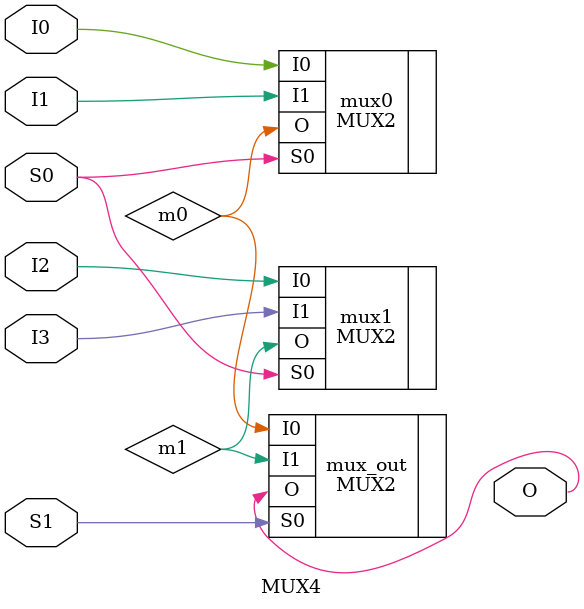
<source format=v>
`ifndef VPR_MUXES_LOGIC_MUX4
`define VPR_MUXES_LOGIC_MUX4

`include "../mux2/mux2.sim.v"

module MUX4(I0, I1, I2, I3, S0, S1, O);
	input wire I0;
	input wire I1;
	input wire I2;
	input wire I3;
	input wire S0;
	input wire S1;
	output wire O;

	wire m0;
	wire m1;

	MUX2 mux0    (.I0(I0), .I1(I1), .S0(S0), .O(m0));
	MUX2 mux1    (.I0(I2), .I1(I3), .S0(S0), .O(m1));
	MUX2 mux_out (.I0(m0), .I1(m1), .S0(S1), .O(O));
endmodule

`endif

</source>
